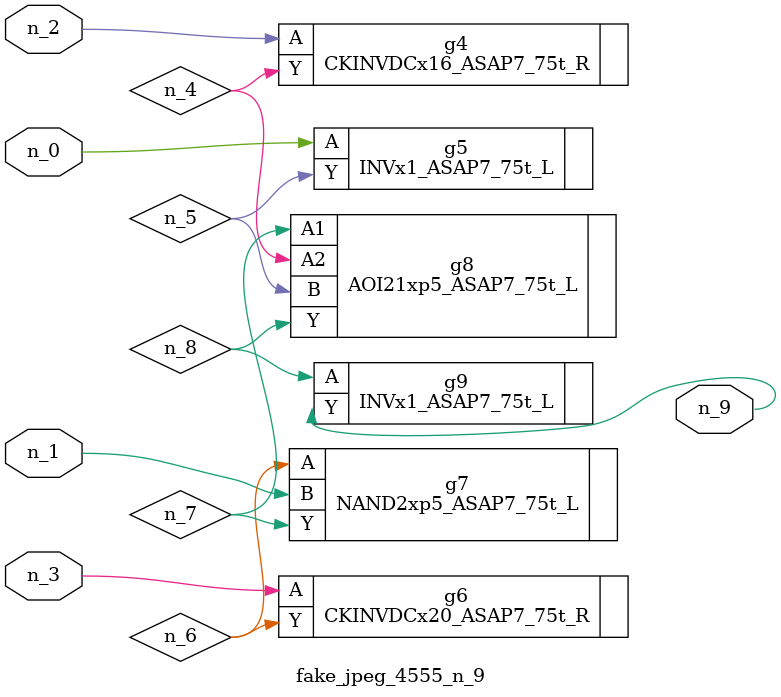
<source format=v>
module fake_jpeg_4555_n_9 (n_0, n_3, n_2, n_1, n_9);

input n_0;
input n_3;
input n_2;
input n_1;

output n_9;

wire n_4;
wire n_8;
wire n_6;
wire n_5;
wire n_7;

CKINVDCx16_ASAP7_75t_R g4 ( 
.A(n_2),
.Y(n_4)
);

INVx1_ASAP7_75t_L g5 ( 
.A(n_0),
.Y(n_5)
);

CKINVDCx20_ASAP7_75t_R g6 ( 
.A(n_3),
.Y(n_6)
);

NAND2xp5_ASAP7_75t_L g7 ( 
.A(n_6),
.B(n_1),
.Y(n_7)
);

AOI21xp5_ASAP7_75t_L g8 ( 
.A1(n_7),
.A2(n_4),
.B(n_5),
.Y(n_8)
);

INVx1_ASAP7_75t_L g9 ( 
.A(n_8),
.Y(n_9)
);


endmodule
</source>
